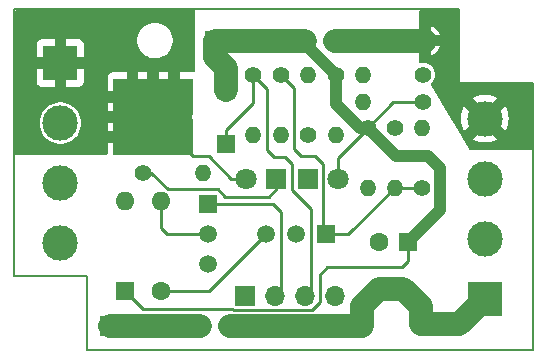
<source format=gtl>
G04 #@! TF.GenerationSoftware,KiCad,Pcbnew,7.0.8*
G04 #@! TF.CreationDate,2023-10-20T02:31:35-04:00*
G04 #@! TF.ProjectId,C64Saver2,43363453-6176-4657-9232-2e6b69636164,2.6*
G04 #@! TF.SameCoordinates,Original*
G04 #@! TF.FileFunction,Copper,L1,Top*
G04 #@! TF.FilePolarity,Positive*
%FSLAX46Y46*%
G04 Gerber Fmt 4.6, Leading zero omitted, Abs format (unit mm)*
G04 Created by KiCad (PCBNEW 7.0.8) date 2023-10-20 02:31:35*
%MOMM*%
%LPD*%
G01*
G04 APERTURE LIST*
G04 #@! TA.AperFunction,ComponentPad*
%ADD10R,3.000000X3.000000*%
G04 #@! TD*
G04 #@! TA.AperFunction,ComponentPad*
%ADD11C,3.000000*%
G04 #@! TD*
G04 #@! TA.AperFunction,ComponentPad*
%ADD12R,1.600000X1.600000*%
G04 #@! TD*
G04 #@! TA.AperFunction,ComponentPad*
%ADD13C,1.600000*%
G04 #@! TD*
G04 #@! TA.AperFunction,SMDPad,CuDef*
%ADD14R,1.600000X1.500000*%
G04 #@! TD*
G04 #@! TA.AperFunction,SMDPad,CuDef*
%ADD15R,3.200000X3.100000*%
G04 #@! TD*
G04 #@! TA.AperFunction,SMDPad,CuDef*
%ADD16R,6.700000X6.500000*%
G04 #@! TD*
G04 #@! TA.AperFunction,ComponentPad*
%ADD17R,1.700000X1.700000*%
G04 #@! TD*
G04 #@! TA.AperFunction,ComponentPad*
%ADD18O,1.700000X1.700000*%
G04 #@! TD*
G04 #@! TA.AperFunction,ComponentPad*
%ADD19C,1.400000*%
G04 #@! TD*
G04 #@! TA.AperFunction,ComponentPad*
%ADD20O,1.400000X1.400000*%
G04 #@! TD*
G04 #@! TA.AperFunction,ComponentPad*
%ADD21O,1.600000X1.600000*%
G04 #@! TD*
G04 #@! TA.AperFunction,ComponentPad*
%ADD22R,1.500000X1.500000*%
G04 #@! TD*
G04 #@! TA.AperFunction,ComponentPad*
%ADD23C,1.500000*%
G04 #@! TD*
G04 #@! TA.AperFunction,ComponentPad*
%ADD24R,1.800000X1.800000*%
G04 #@! TD*
G04 #@! TA.AperFunction,ComponentPad*
%ADD25C,1.800000*%
G04 #@! TD*
G04 #@! TA.AperFunction,Conductor*
%ADD26C,0.254000*%
G04 #@! TD*
G04 #@! TA.AperFunction,Conductor*
%ADD27C,1.000000*%
G04 #@! TD*
G04 #@! TA.AperFunction,Conductor*
%ADD28C,2.000000*%
G04 #@! TD*
G04 #@! TA.AperFunction,Profile*
%ADD29C,0.150000*%
G04 #@! TD*
G04 APERTURE END LIST*
D10*
X144399000Y-88265000D03*
D11*
X144399000Y-93345000D03*
X144399000Y-98425000D03*
X144399000Y-103505000D03*
D10*
X180340000Y-108204000D03*
D11*
X180340000Y-103124000D03*
X180340000Y-98044000D03*
X180340000Y-92964000D03*
D12*
X173863000Y-103378000D03*
D13*
X171363000Y-103378000D03*
D14*
X158397600Y-95111600D03*
D15*
X153997600Y-94511600D03*
X153997600Y-91111600D03*
D16*
X152247600Y-92811600D03*
D15*
X150497600Y-94511600D03*
X150497600Y-91111600D03*
D14*
X158397600Y-90511600D03*
D17*
X157480000Y-86360000D03*
D18*
X160020000Y-86360000D03*
X162560000Y-86360000D03*
X165100000Y-86360000D03*
X167640000Y-86360000D03*
X170180000Y-86360000D03*
X172720000Y-86360000D03*
X175260000Y-86360000D03*
D17*
X148590000Y-110490000D03*
D18*
X151130000Y-110490000D03*
X153670000Y-110490000D03*
X156210000Y-110490000D03*
X158750000Y-110490000D03*
X161290000Y-110490000D03*
X163830000Y-110490000D03*
X166370000Y-110490000D03*
D17*
X160020000Y-107950000D03*
D18*
X162560000Y-107950000D03*
X165100000Y-107950000D03*
X167640000Y-107950000D03*
D19*
X170434000Y-93726000D03*
D20*
X170434000Y-98806000D03*
D19*
X175006000Y-98806000D03*
D20*
X175006000Y-93726000D03*
D19*
X167699993Y-89245600D03*
D20*
X167699993Y-94325600D03*
D19*
X163037197Y-89245600D03*
D20*
X163037197Y-94325600D03*
D19*
X175109221Y-91595756D03*
D20*
X170029221Y-91595756D03*
D19*
X160705800Y-89245600D03*
D20*
X160705800Y-94325600D03*
D13*
X152908000Y-107569000D03*
D21*
X152908000Y-99949000D03*
D19*
X165368594Y-94325600D03*
D20*
X165368594Y-89245600D03*
D22*
X156866000Y-100203000D03*
D23*
X156866000Y-102743000D03*
X156866000Y-105283000D03*
D24*
X162687000Y-98044000D03*
D25*
X160147000Y-98044000D03*
D24*
X165354000Y-98044000D03*
D25*
X167894000Y-98044000D03*
D19*
X151384000Y-97536000D03*
D20*
X156464000Y-97536000D03*
D19*
X172720000Y-93726000D03*
D20*
X172720000Y-98806000D03*
D19*
X175109221Y-89264181D03*
D20*
X170029221Y-89264181D03*
D12*
X149860000Y-107560504D03*
D21*
X149860000Y-99940504D03*
D22*
X166878000Y-102743000D03*
D23*
X164338000Y-102743000D03*
X161798000Y-102743000D03*
D26*
X165100000Y-86645607D02*
X165100000Y-86360000D01*
D27*
X167699993Y-89245600D02*
X167699993Y-91691993D01*
D26*
X173355000Y-105537000D02*
X173863000Y-105029000D01*
X167894000Y-98044000D02*
X167894000Y-96266000D01*
X172564244Y-91595756D02*
X170434000Y-93726000D01*
X165701083Y-109147000D02*
X166370000Y-108478083D01*
D27*
X176530000Y-97155000D02*
X176530000Y-100711000D01*
X167699993Y-91691993D02*
X169734000Y-93726000D01*
X170434000Y-93726000D02*
X172847000Y-96139000D01*
D26*
X151392496Y-109093000D02*
X158972268Y-109093000D01*
D27*
X169734000Y-93726000D02*
X170434000Y-93726000D01*
D26*
X166370000Y-108478083D02*
X166370000Y-106172000D01*
X175109221Y-91595756D02*
X172564244Y-91595756D01*
D28*
X160020000Y-86360000D02*
X157480000Y-86360000D01*
D26*
X173863000Y-105029000D02*
X173863000Y-103378000D01*
X158972268Y-109093000D02*
X159026268Y-109147000D01*
X149860000Y-107560504D02*
X151392496Y-109093000D01*
D28*
X157480000Y-86360000D02*
X157480000Y-87757000D01*
D27*
X175514000Y-96139000D02*
X176530000Y-97155000D01*
X176530000Y-100711000D02*
X173863000Y-103378000D01*
D28*
X165100000Y-86360000D02*
X162560000Y-86360000D01*
D26*
X166370000Y-106172000D02*
X167005000Y-105537000D01*
D28*
X157480000Y-87757000D02*
X158397600Y-88674600D01*
D26*
X159026268Y-109147000D02*
X165701083Y-109147000D01*
D27*
X167699993Y-89245600D02*
X165100000Y-86645607D01*
X172847000Y-96139000D02*
X175514000Y-96139000D01*
D26*
X167894000Y-96266000D02*
X170434000Y-93726000D01*
D28*
X158397600Y-88674600D02*
X158397600Y-90511600D01*
X160020000Y-86360000D02*
X162560000Y-86360000D01*
D26*
X167005000Y-105537000D02*
X173355000Y-105537000D01*
X160705800Y-91643200D02*
X158397600Y-93951400D01*
X165100000Y-107950000D02*
X165608000Y-107442000D01*
X160705800Y-89245600D02*
X160705800Y-91643200D01*
X164020373Y-99001105D02*
X164020373Y-96837373D01*
X162496500Y-96202500D02*
X161925000Y-95631000D01*
X161925000Y-90464800D02*
X160705800Y-89245600D01*
X158397600Y-93951400D02*
X158397600Y-95111600D01*
X165608000Y-107442000D02*
X165608000Y-100588732D01*
X164020373Y-96837373D02*
X163385500Y-96202500D01*
X165608000Y-100588732D02*
X164020373Y-99001105D01*
X161925000Y-95631000D02*
X161925000Y-90464800D01*
X163385500Y-96202500D02*
X162496500Y-96202500D01*
D28*
X175260000Y-86360000D02*
X167640000Y-86360000D01*
D26*
X162560000Y-107950000D02*
X163068000Y-107442000D01*
X163068000Y-107442000D02*
X163068000Y-100838000D01*
X163068000Y-100838000D02*
X162433000Y-100203000D01*
X162433000Y-100203000D02*
X156866000Y-100203000D01*
X160147000Y-98044000D02*
X158877000Y-98044000D01*
X156972000Y-96139000D02*
X155625000Y-96139000D01*
X155625000Y-96139000D02*
X153997600Y-94511600D01*
X158877000Y-98044000D02*
X156972000Y-96139000D01*
X152908000Y-99949000D02*
X152908000Y-102235000D01*
X152908000Y-102235000D02*
X153416000Y-102743000D01*
X153416000Y-102743000D02*
X156866000Y-102743000D01*
X166647000Y-102512000D02*
X166647000Y-96797000D01*
X164782500Y-96139000D02*
X164211000Y-95567500D01*
X164211000Y-90419403D02*
X163037197Y-89245600D01*
X166878000Y-102743000D02*
X166647000Y-102512000D01*
X164211000Y-95567500D02*
X164211000Y-90419403D01*
X165989000Y-96139000D02*
X164782500Y-96139000D01*
X168783000Y-102743000D02*
X166878000Y-102743000D01*
X172720000Y-98806000D02*
X168783000Y-102743000D01*
X175006000Y-98806000D02*
X172720000Y-98806000D01*
X166647000Y-96797000D02*
X165989000Y-96139000D01*
D28*
X169899960Y-110490000D02*
X166370000Y-110490000D01*
X173435494Y-107362620D02*
X171364426Y-107362620D01*
X178181000Y-110363000D02*
X174899960Y-110363000D01*
X166370000Y-110490000D02*
X166366000Y-110494000D01*
X180340000Y-108204000D02*
X178181000Y-110363000D01*
X174899960Y-108827086D02*
X173435494Y-107362620D01*
X174899960Y-110363000D02*
X174899960Y-108827086D01*
X169899960Y-108827086D02*
X169899960Y-110490000D01*
X171364426Y-107362620D02*
X169899960Y-108827086D01*
X166366000Y-110494000D02*
X158750000Y-110494000D01*
X156210000Y-110490000D02*
X148590000Y-110490000D01*
D26*
X151384000Y-97536000D02*
X152109990Y-97536000D01*
X152109990Y-97536000D02*
X153506990Y-98933000D01*
X162687000Y-98967000D02*
X162687000Y-98044000D01*
X158369000Y-99568000D02*
X162086000Y-99568000D01*
X162086000Y-99568000D02*
X162687000Y-98967000D01*
X153506990Y-98933000D02*
X157734000Y-98933000D01*
X157734000Y-98933000D02*
X158369000Y-99568000D01*
X161798000Y-102743000D02*
X156972000Y-107569000D01*
X156972000Y-107569000D02*
X152908000Y-107569000D01*
G04 #@! TA.AperFunction,Conductor*
G36*
X155765027Y-83788185D02*
G01*
X155810782Y-83840989D01*
X155821982Y-83893728D01*
X155772110Y-88930828D01*
X155751763Y-88997669D01*
X155698508Y-89042899D01*
X155648116Y-89053600D01*
X154497600Y-89053600D01*
X154497600Y-94887600D01*
X154477915Y-94954639D01*
X154425111Y-95000394D01*
X154373600Y-95011600D01*
X148389600Y-95011600D01*
X148389600Y-95888000D01*
X148369915Y-95955039D01*
X148317111Y-96000794D01*
X148265600Y-96012000D01*
X140661500Y-96012000D01*
X140594461Y-95992315D01*
X140548706Y-95939511D01*
X140537500Y-95888000D01*
X140537500Y-93345004D01*
X142639580Y-93345004D01*
X142659229Y-93607218D01*
X142659230Y-93607223D01*
X142717742Y-93863584D01*
X142717744Y-93863593D01*
X142717746Y-93863598D01*
X142813817Y-94108384D01*
X142945299Y-94336117D01*
X143109254Y-94541710D01*
X143302020Y-94720570D01*
X143519290Y-94868702D01*
X143756212Y-94982798D01*
X144007492Y-95060308D01*
X144007493Y-95060308D01*
X144007496Y-95060309D01*
X144267510Y-95099499D01*
X144267515Y-95099499D01*
X144267518Y-95099500D01*
X144267519Y-95099500D01*
X144530481Y-95099500D01*
X144530482Y-95099500D01*
X144530489Y-95099499D01*
X144790503Y-95060309D01*
X144790504Y-95060308D01*
X144790508Y-95060308D01*
X145041788Y-94982798D01*
X145278710Y-94868702D01*
X145495980Y-94720570D01*
X145688746Y-94541710D01*
X145852701Y-94336117D01*
X145984183Y-94108384D01*
X146080254Y-93863598D01*
X146138769Y-93607228D01*
X146158420Y-93345000D01*
X146155917Y-93311600D01*
X148389600Y-93311600D01*
X148389600Y-94011600D01*
X149997600Y-94011600D01*
X150997600Y-94011600D01*
X153497600Y-94011600D01*
X153497600Y-91611600D01*
X152747600Y-91611600D01*
X152747600Y-93187600D01*
X152727915Y-93254639D01*
X152675111Y-93300394D01*
X152623600Y-93311600D01*
X150997600Y-93311600D01*
X150997600Y-94011600D01*
X149997600Y-94011600D01*
X149997600Y-93311600D01*
X148389600Y-93311600D01*
X146155917Y-93311600D01*
X146155077Y-93300394D01*
X146138770Y-93082781D01*
X146138769Y-93082776D01*
X146138769Y-93082772D01*
X146080254Y-92826402D01*
X145984183Y-92581616D01*
X145852701Y-92353883D01*
X145688746Y-92148290D01*
X145495980Y-91969430D01*
X145278710Y-91821298D01*
X145278707Y-91821297D01*
X145278705Y-91821295D01*
X145041788Y-91707202D01*
X144790509Y-91629692D01*
X144790503Y-91629690D01*
X144670481Y-91611600D01*
X148389600Y-91611600D01*
X148389600Y-92311600D01*
X149997600Y-92311600D01*
X149997600Y-91611600D01*
X150997600Y-91611600D01*
X150997600Y-92311600D01*
X151747600Y-92311600D01*
X151747600Y-91611600D01*
X150997600Y-91611600D01*
X149997600Y-91611600D01*
X148389600Y-91611600D01*
X144670481Y-91611600D01*
X144530489Y-91590500D01*
X144530482Y-91590500D01*
X144267518Y-91590500D01*
X144267510Y-91590500D01*
X144007496Y-91629690D01*
X144007490Y-91629692D01*
X143756211Y-91707202D01*
X143519294Y-91821295D01*
X143302019Y-91969430D01*
X143109256Y-92148288D01*
X143109254Y-92148290D01*
X142945299Y-92353883D01*
X142813817Y-92581615D01*
X142717748Y-92826396D01*
X142717742Y-92826415D01*
X142659230Y-93082776D01*
X142659229Y-93082781D01*
X142639580Y-93344995D01*
X142639580Y-93345004D01*
X140537500Y-93345004D01*
X140537500Y-90611600D01*
X148389600Y-90611600D01*
X149997600Y-90611600D01*
X149997600Y-89053600D01*
X150997600Y-89053600D01*
X150997600Y-90611600D01*
X151747600Y-90611600D01*
X151747600Y-89053600D01*
X152747600Y-89053600D01*
X152747600Y-90611600D01*
X153497600Y-90611600D01*
X153497600Y-89053600D01*
X152747600Y-89053600D01*
X151747600Y-89053600D01*
X150997600Y-89053600D01*
X149997600Y-89053600D01*
X148849018Y-89053600D01*
X148788502Y-89060106D01*
X148651638Y-89111153D01*
X148651638Y-89111154D01*
X148534696Y-89198696D01*
X148447154Y-89315638D01*
X148447153Y-89315638D01*
X148396106Y-89452502D01*
X148389600Y-89513018D01*
X148389600Y-90611600D01*
X140537500Y-90611600D01*
X140537500Y-89813581D01*
X142391000Y-89813581D01*
X142397506Y-89874097D01*
X142448553Y-90010961D01*
X142536096Y-90127903D01*
X142653038Y-90215445D01*
X142653038Y-90215446D01*
X142789902Y-90266493D01*
X142850418Y-90272999D01*
X142850420Y-90273000D01*
X143899000Y-90273000D01*
X143899000Y-88837559D01*
X143978530Y-88904294D01*
X144137295Y-88984028D01*
X144310169Y-89025000D01*
X144443267Y-89025000D01*
X144575461Y-89009549D01*
X144742409Y-88948784D01*
X144890844Y-88851157D01*
X144899000Y-88842512D01*
X144899000Y-90273000D01*
X145947580Y-90273000D01*
X145947581Y-90272999D01*
X146008097Y-90266493D01*
X146144961Y-90215446D01*
X146144961Y-90215445D01*
X146261903Y-90127903D01*
X146349445Y-90010961D01*
X146349446Y-90010961D01*
X146400493Y-89874097D01*
X146406999Y-89813581D01*
X146407000Y-89813580D01*
X146407000Y-88765000D01*
X144972129Y-88765000D01*
X145012764Y-88721930D01*
X145101595Y-88568070D01*
X145152549Y-88397871D01*
X145162879Y-88220509D01*
X145132029Y-88045546D01*
X145061660Y-87882413D01*
X144974249Y-87765000D01*
X146407000Y-87765000D01*
X146407000Y-86716420D01*
X146406999Y-86716418D01*
X146400493Y-86655902D01*
X146349446Y-86519038D01*
X146321565Y-86481794D01*
X150904580Y-86481794D01*
X150945509Y-86727076D01*
X151026249Y-86962262D01*
X151026252Y-86962271D01*
X151144604Y-87180966D01*
X151144606Y-87180969D01*
X151297342Y-87377204D01*
X151436166Y-87505000D01*
X151480297Y-87545626D01*
X151688473Y-87681633D01*
X151916198Y-87781523D01*
X152021030Y-87808070D01*
X152157259Y-87842568D01*
X152157261Y-87842568D01*
X152157266Y-87842569D01*
X152290456Y-87853605D01*
X152343013Y-87857960D01*
X152343015Y-87857960D01*
X152467145Y-87857960D01*
X152467147Y-87857960D01*
X152528364Y-87852887D01*
X152652893Y-87842569D01*
X152652896Y-87842568D01*
X152652901Y-87842568D01*
X152893961Y-87781523D01*
X153121687Y-87681633D01*
X153329865Y-87545624D01*
X153512818Y-87377204D01*
X153665554Y-87180969D01*
X153783908Y-86962270D01*
X153864651Y-86727074D01*
X153905580Y-86481795D01*
X153905580Y-86233125D01*
X153864651Y-85987846D01*
X153783908Y-85752650D01*
X153665554Y-85533951D01*
X153512818Y-85337716D01*
X153329865Y-85169296D01*
X153329862Y-85169293D01*
X153121686Y-85033286D01*
X152893961Y-84933396D01*
X152652904Y-84872352D01*
X152652893Y-84872350D01*
X152487628Y-84858657D01*
X152467147Y-84856960D01*
X152343013Y-84856960D01*
X152323601Y-84858568D01*
X152157266Y-84872350D01*
X152157255Y-84872352D01*
X151916198Y-84933396D01*
X151688473Y-85033286D01*
X151480297Y-85169293D01*
X151297341Y-85337717D01*
X151144604Y-85533953D01*
X151026252Y-85752648D01*
X151026249Y-85752657D01*
X150945509Y-85987843D01*
X150904580Y-86233125D01*
X150904580Y-86481794D01*
X146321565Y-86481794D01*
X146261903Y-86402096D01*
X146144961Y-86314554D01*
X146144961Y-86314553D01*
X146008097Y-86263506D01*
X145947581Y-86257000D01*
X144899000Y-86257000D01*
X144899000Y-87692440D01*
X144819470Y-87625706D01*
X144660705Y-87545972D01*
X144487831Y-87505000D01*
X144354733Y-87505000D01*
X144222539Y-87520451D01*
X144055591Y-87581216D01*
X143907156Y-87678843D01*
X143899000Y-87687487D01*
X143899000Y-86257000D01*
X142850418Y-86257000D01*
X142789902Y-86263506D01*
X142653038Y-86314553D01*
X142653038Y-86314554D01*
X142536096Y-86402096D01*
X142448554Y-86519038D01*
X142448553Y-86519038D01*
X142397506Y-86655902D01*
X142391000Y-86716418D01*
X142391000Y-87765000D01*
X143825871Y-87765000D01*
X143785236Y-87808070D01*
X143696405Y-87961930D01*
X143645451Y-88132129D01*
X143635121Y-88309491D01*
X143665971Y-88484454D01*
X143736340Y-88647587D01*
X143823751Y-88765000D01*
X142391000Y-88765000D01*
X142391000Y-89813581D01*
X140537500Y-89813581D01*
X140537500Y-83892500D01*
X140557185Y-83825461D01*
X140609989Y-83779706D01*
X140661500Y-83768500D01*
X155697988Y-83768500D01*
X155765027Y-83788185D01*
G37*
G04 #@! TD.AperFunction*
G04 #@! TA.AperFunction,Conductor*
G36*
X178047621Y-83788502D02*
G01*
X178094114Y-83842158D01*
X178105500Y-83894500D01*
X178105500Y-89870469D01*
X178103587Y-89892343D01*
X178101876Y-89902048D01*
X178103586Y-89911746D01*
X178104750Y-89925059D01*
X178106249Y-89933559D01*
X178109707Y-89946468D01*
X178111418Y-89956170D01*
X178114935Y-89962262D01*
X178119452Y-89967645D01*
X178127982Y-89972570D01*
X178145972Y-89985167D01*
X178153518Y-89991499D01*
X178153519Y-89991499D01*
X178153520Y-89991500D01*
X178153521Y-89991500D01*
X178160123Y-89993903D01*
X178167047Y-89995124D01*
X178167047Y-89995123D01*
X178167048Y-89995124D01*
X178176746Y-89993413D01*
X178198625Y-89991500D01*
X184202500Y-89991500D01*
X184270621Y-90011502D01*
X184317114Y-90065158D01*
X184328500Y-90117500D01*
X184328500Y-95505000D01*
X184308498Y-95573121D01*
X184254842Y-95619614D01*
X184202500Y-95631000D01*
X179141555Y-95631000D01*
X179073434Y-95610998D01*
X179033344Y-95569547D01*
X177803059Y-93507011D01*
X177479160Y-92964004D01*
X178327308Y-92964004D01*
X178346052Y-93238048D01*
X178346053Y-93238054D01*
X178401942Y-93507011D01*
X178401944Y-93507019D01*
X178493938Y-93765865D01*
X178608990Y-93987902D01*
X179577961Y-93018931D01*
X179606971Y-93183454D01*
X179677340Y-93346587D01*
X179783433Y-93489094D01*
X179919530Y-93603294D01*
X180078295Y-93683028D01*
X180251169Y-93724000D01*
X180287106Y-93724000D01*
X179318288Y-94692816D01*
X179318289Y-94692817D01*
X179414030Y-94751038D01*
X179665989Y-94860480D01*
X179930509Y-94934595D01*
X180202635Y-94971999D01*
X180202649Y-94972000D01*
X180477351Y-94972000D01*
X180477364Y-94971999D01*
X180749490Y-94934595D01*
X181014010Y-94860480D01*
X181265966Y-94751040D01*
X181361710Y-94692816D01*
X180391991Y-93723097D01*
X180516461Y-93708549D01*
X180683409Y-93647784D01*
X180831844Y-93550157D01*
X180953764Y-93420930D01*
X181042595Y-93267070D01*
X181093549Y-93096871D01*
X181098305Y-93015199D01*
X182071008Y-93987902D01*
X182071008Y-93987901D01*
X182186061Y-93765865D01*
X182278055Y-93507019D01*
X182278057Y-93507011D01*
X182333946Y-93238054D01*
X182333947Y-93238048D01*
X182352692Y-92964004D01*
X182352692Y-92963995D01*
X182333947Y-92689951D01*
X182333946Y-92689945D01*
X182278057Y-92420988D01*
X182278055Y-92420980D01*
X182186061Y-92162134D01*
X182071008Y-91940097D01*
X181102037Y-92909067D01*
X181073029Y-92744546D01*
X181002660Y-92581413D01*
X180896567Y-92438906D01*
X180760470Y-92324706D01*
X180601705Y-92244972D01*
X180428831Y-92204000D01*
X180392894Y-92204000D01*
X181361710Y-91235182D01*
X181361709Y-91235181D01*
X181265969Y-91176961D01*
X181014010Y-91067519D01*
X180749490Y-90993404D01*
X180477364Y-90956000D01*
X180202635Y-90956000D01*
X179930509Y-90993404D01*
X179665989Y-91067519D01*
X179414025Y-91176963D01*
X179318289Y-91235182D01*
X179318288Y-91235182D01*
X180288008Y-92204902D01*
X180163539Y-92219451D01*
X179996591Y-92280216D01*
X179848156Y-92377843D01*
X179726236Y-92507070D01*
X179637405Y-92660930D01*
X179586451Y-92831129D01*
X179581694Y-92912800D01*
X178608990Y-91940096D01*
X178493936Y-92162140D01*
X178401944Y-92420980D01*
X178401942Y-92420988D01*
X178346053Y-92689945D01*
X178346052Y-92689951D01*
X178327308Y-92963995D01*
X178327308Y-92964004D01*
X177479160Y-92964004D01*
X175792534Y-90136425D01*
X175774816Y-90067678D01*
X175797079Y-90000262D01*
X175815998Y-89979713D01*
X175815727Y-89979442D01*
X175820099Y-89975069D01*
X175820101Y-89975066D01*
X175820104Y-89975064D01*
X175945131Y-89822719D01*
X176038035Y-89648908D01*
X176095245Y-89460313D01*
X176114562Y-89264181D01*
X176095246Y-89068056D01*
X176095246Y-89068054D01*
X176095245Y-89068051D01*
X176095245Y-89068049D01*
X176038035Y-88879454D01*
X175945131Y-88705643D01*
X175820104Y-88553298D01*
X175667759Y-88428271D01*
X175493949Y-88335367D01*
X175359895Y-88294702D01*
X175305353Y-88278157D01*
X175305352Y-88278156D01*
X175305346Y-88278155D01*
X175109224Y-88258840D01*
X175109218Y-88258840D01*
X174913091Y-88278156D01*
X174907026Y-88279363D01*
X174906711Y-88277781D01*
X174843558Y-88278332D01*
X174783499Y-88240472D01*
X174753444Y-88176151D01*
X174752000Y-88157131D01*
X174752000Y-87694712D01*
X174760000Y-87667466D01*
X174760000Y-86431889D01*
X174800507Y-86569844D01*
X174878239Y-86690798D01*
X174986900Y-86784952D01*
X175117685Y-86844680D01*
X175224237Y-86860000D01*
X175295763Y-86860000D01*
X175760000Y-86860000D01*
X175760000Y-87624144D01*
X175807364Y-87607884D01*
X175807376Y-87607879D01*
X176005300Y-87500768D01*
X176005301Y-87500767D01*
X176182902Y-87362534D01*
X176335325Y-87196958D01*
X176458419Y-87008548D01*
X176523579Y-86860000D01*
X175760000Y-86860000D01*
X175295763Y-86860000D01*
X175402315Y-86844680D01*
X175533100Y-86784952D01*
X175641761Y-86690798D01*
X175719493Y-86569844D01*
X175760000Y-86431889D01*
X175760000Y-86288111D01*
X175719493Y-86150156D01*
X175641761Y-86029202D01*
X175533100Y-85935048D01*
X175402315Y-85875320D01*
X175295763Y-85860000D01*
X175224237Y-85860000D01*
X175117685Y-85875320D01*
X174986900Y-85935048D01*
X174878239Y-86029202D01*
X174800507Y-86150156D01*
X174760000Y-86288111D01*
X174760000Y-85095855D01*
X175760000Y-85095855D01*
X175760000Y-85860000D01*
X176523579Y-85860000D01*
X176458419Y-85711451D01*
X176335325Y-85523041D01*
X176182902Y-85357465D01*
X176005301Y-85219232D01*
X176005300Y-85219231D01*
X175807371Y-85112117D01*
X175807369Y-85112116D01*
X175760000Y-85095855D01*
X174760000Y-85095855D01*
X174760000Y-85066929D01*
X174752000Y-85025282D01*
X174752000Y-83894500D01*
X174772002Y-83826379D01*
X174825658Y-83779886D01*
X174878000Y-83768500D01*
X177979500Y-83768500D01*
X178047621Y-83788502D01*
G37*
G04 #@! TD.AperFunction*
D29*
X184404000Y-112522000D02*
X146685000Y-112522000D01*
X140462000Y-83693000D02*
X178181000Y-83693000D01*
X140462000Y-106299000D02*
X140462000Y-83693000D01*
X178181000Y-89916000D02*
X184404000Y-89916000D01*
X146685000Y-112522000D02*
X146685000Y-106299000D01*
X146685000Y-106299000D02*
X140462000Y-106299000D01*
X178181000Y-83693000D02*
X178181000Y-89916000D01*
X184404000Y-89916000D02*
X184404000Y-112522000D01*
M02*

</source>
